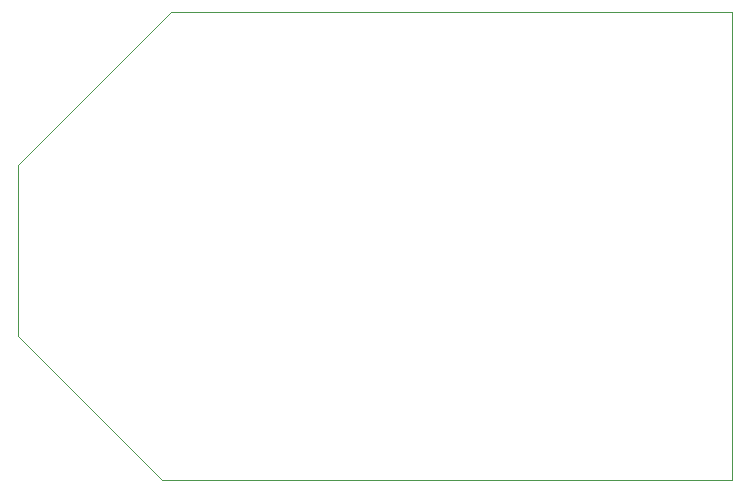
<source format=gbr>
G04 #@! TF.GenerationSoftware,KiCad,Pcbnew,5.1.5*
G04 #@! TF.CreationDate,2020-06-04T17:32:55-05:00*
G04 #@! TF.ProjectId,Receiver,52656365-6976-4657-922e-6b696361645f,rev?*
G04 #@! TF.SameCoordinates,Original*
G04 #@! TF.FileFunction,Profile,NP*
%FSLAX46Y46*%
G04 Gerber Fmt 4.6, Leading zero omitted, Abs format (unit mm)*
G04 Created by KiCad (PCBNEW 5.1.5) date 2020-06-04 17:32:55*
%MOMM*%
%LPD*%
G04 APERTURE LIST*
%ADD10C,0.050000*%
G04 APERTURE END LIST*
D10*
X138938000Y-83058000D02*
X186436000Y-83058000D01*
X125984000Y-96012000D02*
X138938000Y-83058000D01*
X186436000Y-122682000D02*
X186436000Y-83058000D01*
X138176000Y-122682000D02*
X186436000Y-122682000D01*
X125984000Y-110490000D02*
X138176000Y-122682000D01*
X125984000Y-96012000D02*
X125984000Y-110490000D01*
M02*

</source>
